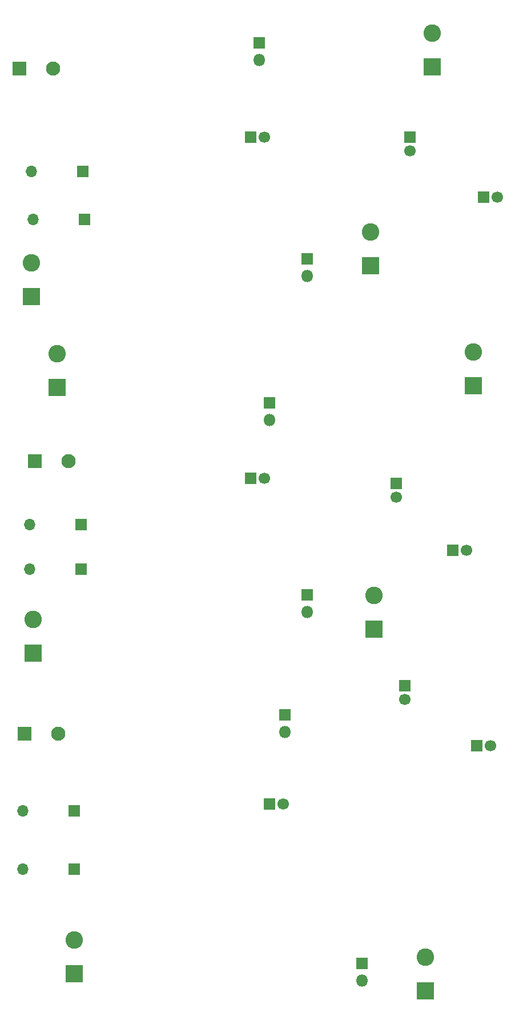
<source format=gbs>
%TF.GenerationSoftware,KiCad,Pcbnew,(5.1.6)-1*%
%TF.CreationDate,2024-03-01T18:25:57-06:00*%
%TF.ProjectId,Loop PCVR,4c6f6f70-2050-4435-9652-2e6b69636164,rev?*%
%TF.SameCoordinates,Original*%
%TF.FileFunction,Soldermask,Bot*%
%TF.FilePolarity,Negative*%
%FSLAX46Y46*%
G04 Gerber Fmt 4.6, Leading zero omitted, Abs format (unit mm)*
G04 Created by KiCad (PCBNEW (5.1.6)-1) date 2024-03-01 18:25:57*
%MOMM*%
%LPD*%
G01*
G04 APERTURE LIST*
%ADD10R,2.100000X2.100000*%
%ADD11C,2.100000*%
%ADD12C,2.600000*%
%ADD13R,2.600000X2.600000*%
%ADD14C,1.700000*%
%ADD15R,1.700000X1.700000*%
%ADD16O,1.800000X1.800000*%
%ADD17R,1.800000X1.800000*%
%ADD18O,1.700000X1.700000*%
G04 APERTURE END LIST*
D10*
%TO.C,C3*%
X31242000Y-121412000D03*
D11*
X36242000Y-121412000D03*
%TD*%
D12*
%TO.C,X9*%
X97790000Y-64850000D03*
D13*
X97790000Y-69850000D03*
%TD*%
D12*
%TO.C,X8*%
X36068000Y-65104000D03*
D13*
X36068000Y-70104000D03*
%TD*%
D14*
%TO.C,C12*%
X100298000Y-123190000D03*
D15*
X98298000Y-123190000D03*
%TD*%
D14*
%TO.C,C11*%
X87630000Y-116300000D03*
D15*
X87630000Y-114300000D03*
%TD*%
D14*
%TO.C,C10*%
X96742000Y-94234000D03*
D15*
X94742000Y-94234000D03*
%TD*%
D14*
%TO.C,C9*%
X86360000Y-86328000D03*
D15*
X86360000Y-84328000D03*
%TD*%
D12*
%TO.C,X6*%
X90678000Y-154512000D03*
D13*
X90678000Y-159512000D03*
%TD*%
D12*
%TO.C,X5*%
X83058000Y-100918000D03*
D13*
X83058000Y-105918000D03*
%TD*%
D16*
%TO.C,J8*%
X81280000Y-157988000D03*
D17*
X81280000Y-155448000D03*
%TD*%
D16*
%TO.C,J7*%
X69850000Y-121158000D03*
D17*
X69850000Y-118618000D03*
%TD*%
D16*
%TO.C,J6*%
X73152000Y-103378000D03*
D17*
X73152000Y-100838000D03*
%TD*%
D12*
%TO.C,X4*%
X82550000Y-47070000D03*
D13*
X82550000Y-52070000D03*
%TD*%
D12*
%TO.C,X7*%
X91694000Y-17606000D03*
D13*
X91694000Y-22606000D03*
%TD*%
D16*
%TO.C,J5*%
X67564000Y-74930000D03*
D17*
X67564000Y-72390000D03*
%TD*%
D16*
%TO.C,J4*%
X73152000Y-53594000D03*
D17*
X73152000Y-51054000D03*
%TD*%
D16*
%TO.C,J3*%
X66040000Y-21590000D03*
D17*
X66040000Y-19050000D03*
%TD*%
D18*
%TO.C,D6*%
X30988000Y-141478000D03*
D15*
X38608000Y-141478000D03*
%TD*%
D18*
%TO.C,D5*%
X30988000Y-132842000D03*
D15*
X38608000Y-132842000D03*
%TD*%
D18*
%TO.C,D4*%
X32004000Y-97028000D03*
D15*
X39624000Y-97028000D03*
%TD*%
D18*
%TO.C,D3*%
X32004000Y-90424000D03*
D15*
X39624000Y-90424000D03*
%TD*%
D14*
%TO.C,C8*%
X101314000Y-41910000D03*
D15*
X99314000Y-41910000D03*
%TD*%
D14*
%TO.C,C7*%
X88392000Y-35020000D03*
D15*
X88392000Y-33020000D03*
%TD*%
D14*
%TO.C,C6*%
X69564000Y-131826000D03*
D15*
X67564000Y-131826000D03*
%TD*%
D14*
%TO.C,C5*%
X66770000Y-83566000D03*
D15*
X64770000Y-83566000D03*
%TD*%
D11*
%TO.C,C2*%
X37766000Y-81026000D03*
D10*
X32766000Y-81026000D03*
%TD*%
D11*
%TO.C,C1*%
X35480000Y-22860000D03*
D10*
X30480000Y-22860000D03*
%TD*%
D12*
%TO.C,X3*%
X38608000Y-151972000D03*
D13*
X38608000Y-156972000D03*
%TD*%
D12*
%TO.C,X2*%
X32512000Y-104474000D03*
D13*
X32512000Y-109474000D03*
%TD*%
D12*
%TO.C,X1*%
X32258000Y-51642000D03*
D13*
X32258000Y-56642000D03*
%TD*%
D15*
%TO.C,C4*%
X64770000Y-33020000D03*
D14*
X66770000Y-33020000D03*
%TD*%
D18*
%TO.C,D1*%
X32258000Y-38100000D03*
D15*
X39878000Y-38100000D03*
%TD*%
%TO.C,D2*%
X40132000Y-45212000D03*
D18*
X32512000Y-45212000D03*
%TD*%
M02*

</source>
